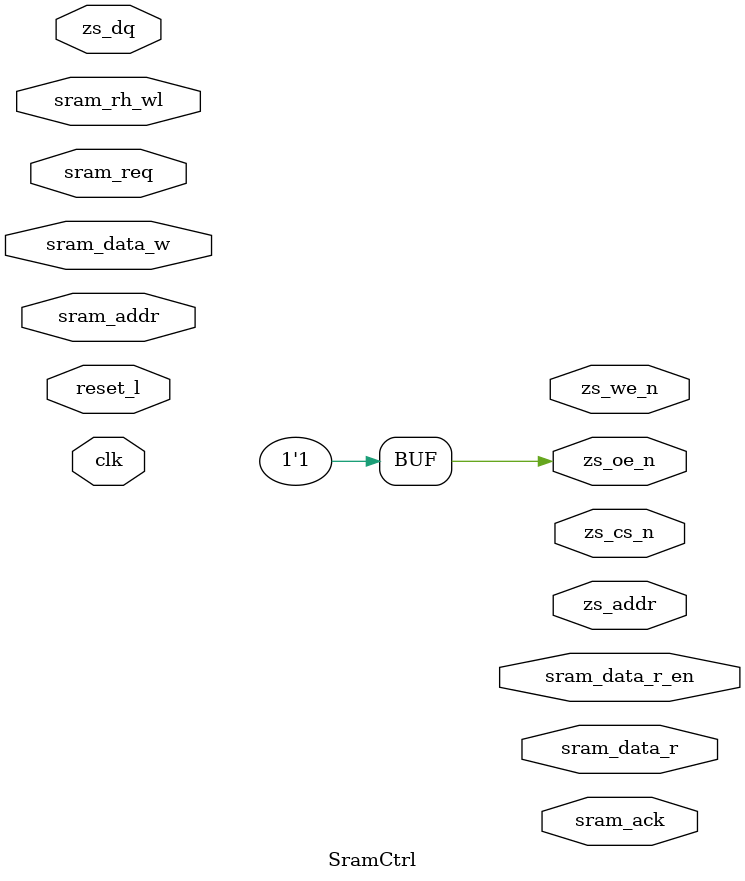
<source format=v>

module SramCtrl (
    clk,
    reset_l,
    //client interface
    sram_req,
    sram_ack,
    sram_addr,
    sram_rh_wl,
    sram_data_w,
    sram_data_r,
    sram_data_r_en, // indicate read data valid
    //chip interface
    zs_oe_n,
    zs_cs_n,
    zs_we_n,
    zs_addr,
    zs_dq
);

parameter ADDR_WIDTH  = 19;
parameter DATA_WIDTH  = 8;

input clk, reset_l, sram_req;

input                   sram_rh_wl;
input  [ADDR_WIDTH-1:0] sram_addr;
input  [DATA_WIDTH-1:0] sram_data_w;
output                  sram_ack;
output                  sram_data_r_en;
output [DATA_WIDTH-1:0] sram_data_r;

output zs_oe_n, zs_cs_n, zs_we_n;
output [ADDR_WIDTH-1:0] zs_addr;
inout  [DATA_WIDTH-1:0] zs_dq;

wire zs_oe_n = 1'b1, zs_cs_n, zs_we_n;

endmodule

</source>
